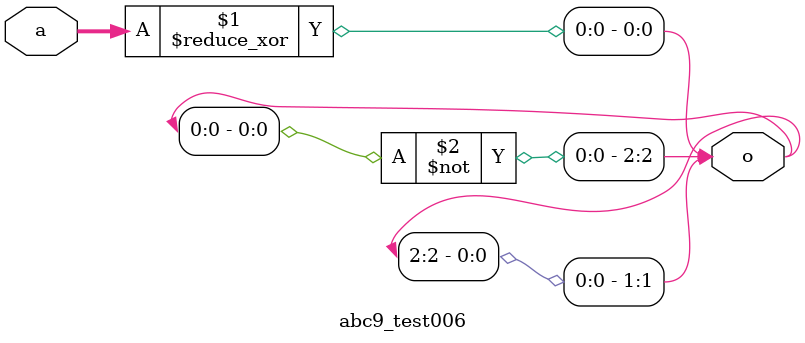
<source format=v>
module abc9_test006(input [1:0] a, output [2:0] o);
assign o[0] = ^a;
assign o[1] = ~o[0];
assign o[2] = o[1];
endmodule
</source>
